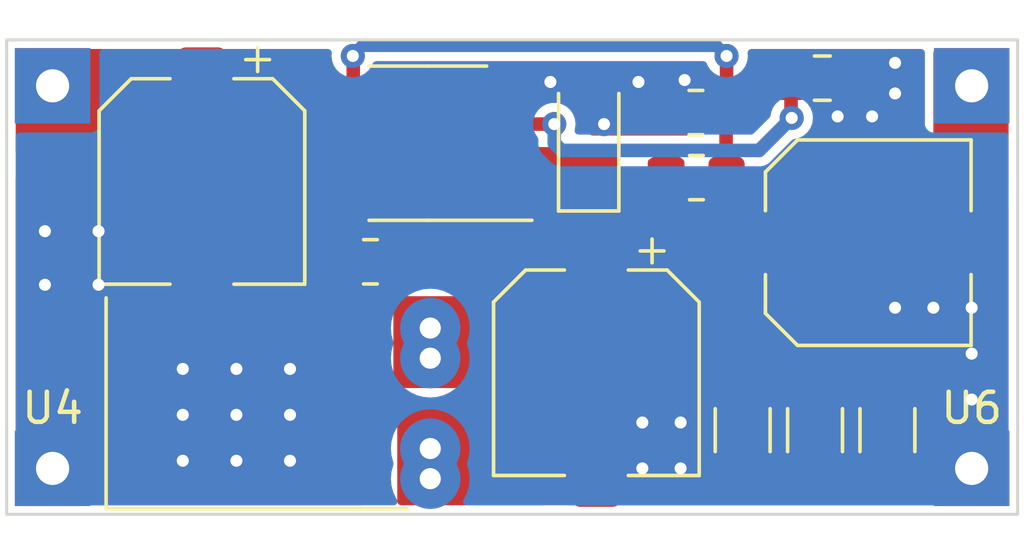
<source format=kicad_pcb>
(kicad_pcb (version 20211014) (generator pcbnew)
  (layers (0 "F.Cu" signal) (31 "B.Cu" signal) (34 "B.Paste" user) (35 "F.Paste" user) (36 "B.SilkS" user "B.Silkscreen") (37 "F.SilkS" user "F.Silkscreen") (38 "B.Mask" user) (39 "F.Mask" user) (44 "Edge.Cuts" user))
  (net 0 "")
  (net 1 "GND")
  (net 2 "Net-(Ct1-Pad1)")
  (net 3 "Net-(D1-Pad1)")
  (net 4 "/Vfeedback")
  (net 5 "/Sense")
  (net 6 "Net-(Ci1-Pad1)")
  (net 7 "Net-(Co1-Pad1)")
  (footprint "1pin:1pin" (layer "F.Cu") (at 111.76 48.26)
    (fp_text reference "U5" hide)
    (fp_text value "1pin")
    (pad "1" thru_hole rect (at 0 0) (size 2.5 2.5) (drill 1.1) (layers *.Cu *.Mask) (net 7 "Net-(Co1-Pad1)"))
  )
  (footprint "Capacitor_SMD:CP_Elec_6.3x7.7" (layer "F.Cu") (at 99.314 57.785 -90)
    (fp_text reference "Co1" hide)
    (fp_text value "470u/10V")
    (fp_line (start -4.4375 -1.8475) (end -3.65 -1.8475) (layer "F.SilkS") (width 0.12))
    (fp_line (start -2.345563 3.41) (end 3.41 3.41) (layer "F.SilkS") (width 0.12))
    (fp_line (start -2.345563 -3.41) (end 3.41 -3.41) (layer "F.SilkS") (width 0.12))
    (fp_line (start -3.41 -2.345563) (end -2.345563 -3.41) (layer "F.SilkS") (width 0.12))
    (fp_line (start -3.41 2.345563) (end -3.41 1.06) (layer "F.SilkS") (width 0.12))
    (fp_line (start -3.41 2.345563) (end -2.345563 3.41) (layer "F.SilkS") (width 0.12))
    (fp_line (start 3.41 3.41) (end 3.41 1.06) (layer "F.SilkS") (width 0.12))
    (fp_line (start 3.41 -3.41) (end 3.41 -1.06) (layer "F.SilkS") (width 0.12))
    (fp_line (start -3.41 -2.345563) (end -3.41 -1.06) (layer "F.SilkS") (width 0.12))
    (fp_line (start -4.04375 -2.24125) (end -4.04375 -1.45375) (layer "F.SilkS") (width 0.12))
    (pad "1" smd roundrect (at -2.7 0 270) (size 3.5 1.6) (layers "F.Cu" "F.Paste" "F.Mask") (roundrect_rratio 0.15625) (net 7 "Net-(Co1-Pad1)"))
    (pad "2" smd roundrect (at 2.7 0 270) (size 3.5 1.6) (layers "F.Cu" "F.Paste" "F.Mask") (roundrect_rratio 0.15625) (net 1 "GND"))
  )
  (footprint "Diode_SMD:D_SOD-123" (layer "F.Cu") (at 99.06 50.165 90)
    (fp_text reference "D1" hide)
    (fp_text value "1N5819")
    (fp_line (start -2.25 -1) (end -2.25 1) (layer "F.SilkS") (width 0.12))
    (fp_line (start -2.25 -1) (end 1.65 -1) (layer "F.SilkS") (width 0.12))
    (fp_line (start -2.25 1) (end 1.65 1) (layer "F.SilkS") (width 0.12))
    (pad "1" smd rect (at -1.65 0 90) (size 0.9 1.2) (layers "F.Cu" "F.Paste" "F.Mask") (net 3 "Net-(D1-Pad1)"))
    (pad "2" smd rect (at 1.65 0 90) (size 0.9 1.2) (layers "F.Cu" "F.Paste" "F.Mask") (net 1 "GND"))
  )
  (footprint "Capacitor_SMD:C_0805_2012Metric_Pad1.18x1.45mm_HandSolder" (layer "F.Cu") (at 106.807 48.006)
    (fp_text reference "Ct1" hide)
    (fp_text value "120p")
    (fp_line (start -0.261252 -0.735) (end 0.261252 -0.735) (layer "F.SilkS") (width 0.12))
    (fp_line (start -0.261252 0.735) (end 0.261252 0.735) (layer "F.SilkS") (width 0.12))
    (pad "1" smd roundrect (at -1.0375 0) (size 1.175 1.45) (layers "F.Cu" "F.Paste" "F.Mask") (roundrect_rratio 0.2127659574) (net 2 "Net-(Ct1-Pad1)"))
    (pad "2" smd roundrect (at 1.0375 0) (size 1.175 1.45) (layers "F.Cu" "F.Paste" "F.Mask") (roundrect_rratio 0.2127659574) (net 1 "GND"))
  )
  (footprint "Capacitor_SMD:C_1206_3216Metric_Pad1.33x1.80mm_HandSolder" (layer "F.Cu") (at 106.566 59.69 -90)
    (fp_text reference "Co4" hide)
    (fp_text value "47u/10V")
    (fp_line (start -0.711252 0.91) (end 0.711252 0.91) (layer "F.SilkS") (width 0.12))
    (fp_line (start -0.711252 -0.91) (end 0.711252 -0.91) (layer "F.SilkS") (width 0.12))
    (pad "1" smd roundrect (at -1.5625 0 270) (size 1.325 1.8) (layers "F.Cu" "F.Paste" "F.Mask") (roundrect_rratio 0.188679) (net 7 "Net-(Co1-Pad1)"))
    (pad "2" smd roundrect (at 1.5625 0 270) (size 1.325 1.8) (layers "F.Cu" "F.Paste" "F.Mask") (roundrect_rratio 0.188679) (net 1 "GND"))
  )
  (footprint "mc34063-power-inductor-leaded:mc34063-power-inductor-leaded" (layer "F.Cu") (at 93.805 58.801)
    (fp_text reference "U2" hide)
    (fp_text value "mc34063-power-inductor-leaded" hide)
    (fp_line (start -10.75 -3.5) (end -10.75 3.5) (layer "F.SilkS") (width 0.12))
    (fp_line (start -10.75 3.5) (end -0.75 3.5) (layer "F.SilkS") (width 0.12))
    (pad "1" thru_hole circle (at 0 2.5 180) (size 2 2) (drill 0.7) (layers *.Cu *.Mask) (net 7 "Net-(Co1-Pad1)"))
    (pad "1" thru_hole circle (at 0 1.5 180) (size 2 2) (drill 0.7) (layers *.Cu *.Mask) (net 7 "Net-(Co1-Pad1)"))
    (pad "2" thru_hole circle (at 0 -2.5 180) (size 2 2) (drill 0.7) (layers *.Cu *.Mask) (net 3 "Net-(D1-Pad1)"))
    (pad "2" thru_hole circle (at 0 -1.5 180) (size 2 2) (drill 0.7) (layers *.Cu *.Mask) (net 3 "Net-(D1-Pad1)"))
  )
  (footprint "Capacitor_SMD:C_1206_3216Metric_Pad1.33x1.80mm_HandSolder" (layer "F.Cu") (at 108.966 59.69 -90)
    (fp_text reference "Co5" hide)
    (fp_text value "47u/10V")
    (fp_line (start -0.711252 0.91) (end 0.711252 0.91) (layer "F.SilkS") (width 0.12))
    (fp_line (start -0.711252 -0.91) (end 0.711252 -0.91) (layer "F.SilkS") (width 0.12))
    (pad "1" smd roundrect (at -1.5625 0 270) (size 1.325 1.8) (layers "F.Cu" "F.Paste" "F.Mask") (roundrect_rratio 0.188679) (net 7 "Net-(Co1-Pad1)"))
    (pad "2" smd roundrect (at 1.5625 0 270) (size 1.325 1.8) (layers "F.Cu" "F.Paste" "F.Mask") (roundrect_rratio 0.188679) (net 1 "GND"))
  )
  (footprint "Capacitor_SMD:CP_Elec_6.3x7.7" (layer "F.Cu") (at 86.233 51.435 -90)
    (fp_text reference "Ci1" hide)
    (fp_text value "100u/50V")
    (fp_line (start -3.41 2.345563) (end -3.41 1.06) (layer "F.SilkS") (width 0.12))
    (fp_line (start -2.345563 -3.41) (end 3.41 -3.41) (layer "F.SilkS") (width 0.12))
    (fp_line (start -3.41 -2.345563) (end -2.345563 -3.41) (layer "F.SilkS") (width 0.12))
    (fp_line (start 3.41 -3.41) (end 3.41 -1.06) (layer "F.SilkS") (width 0.12))
    (fp_line (start -2.345563 3.41) (end 3.41 3.41) (layer "F.SilkS") (width 0.12))
    (fp_line (start 3.41 3.41) (end 3.41 1.06) (layer "F.SilkS") (width 0.12))
    (fp_line (start -4.4375 -1.8475) (end -3.65 -1.8475) (layer "F.SilkS") (width 0.12))
    (fp_line (start -4.04375 -2.24125) (end -4.04375 -1.45375) (layer "F.SilkS") (width 0.12))
    (fp_line (start -3.41 -2.345563) (end -3.41 -1.06) (layer "F.SilkS") (width 0.12))
    (fp_line (start -3.41 2.345563) (end -2.345563 3.41) (layer "F.SilkS") (width 0.12))
    (pad "1" smd roundrect (at -2.7 0 270) (size 3.5 1.6) (layers "F.Cu" "F.Paste" "F.Mask") (roundrect_rratio 0.15625) (net 6 "Net-(Ci1-Pad1)"))
    (pad "2" smd roundrect (at 2.7 0 270) (size 3.5 1.6) (layers "F.Cu" "F.Paste" "F.Mask") (roundrect_rratio 0.15625) (net 1 "GND"))
  )
  (footprint "Capacitor_SMD:CP_Elec_6.3x7.7" (layer "F.Cu") (at 108.331 53.467)
    (fp_text reference "Co2" hide)
    (fp_text value "470u/10V")
    (fp_line (start -2.345563 -3.41) (end 3.41 -3.41) (layer "F.SilkS") (width 0.12))
    (fp_line (start -3.41 2.345563) (end -2.345563 3.41) (layer "F.SilkS") (width 0.12))
    (fp_line (start -3.41 2.345563) (end -3.41 1.06) (layer "F.SilkS") (width 0.12))
    (fp_line (start -3.41 -2.345563) (end -3.41 -1.06) (layer "F.SilkS") (width 0.12))
    (fp_line (start -3.41 -2.345563) (end -2.345563 -3.41) (layer "F.SilkS") (width 0.12))
    (fp_line (start -2.345563 3.41) (end 3.41 3.41) (layer "F.SilkS") (width 0.12))
    (fp_line (start 3.41 -3.41) (end 3.41 -1.06) (layer "F.SilkS") (width 0.12))
    (fp_line (start 3.41 3.41) (end 3.41 1.06) (layer "F.SilkS") (width 0.12))
    (pad "1" smd roundrect (at -2.7 0) (size 3.5 1.6) (layers "F.Cu" "F.Paste" "F.Mask") (roundrect_rratio 0.15625) (net 7 "Net-(Co1-Pad1)"))
    (pad "2" smd roundrect (at 2.7 0) (size 3.5 1.6) (layers "F.Cu" "F.Paste" "F.Mask") (roundrect_rratio 0.15625) (net 1 "GND"))
  )
  (footprint "Resistor_SMD:R_0805_2012Metric_Pad1.20x1.40mm_HandSolder" (layer "F.Cu") (at 102.632 51.308)
    (fp_text reference "R1" hide)
    (fp_text value "3K7" hide)
    (fp_line (start -0.227064 0.735) (end 0.227064 0.735) (layer "F.SilkS") (width 0.12))
    (fp_line (start -0.227064 -0.735) (end 0.227064 -0.735) (layer "F.SilkS") (width 0.12))
    (pad "1" smd roundrect (at -1 0) (size 1.2 1.4) (layers "F.Cu" "F.Paste" "F.Mask") (roundrect_rratio 0.2083333333) (net 7 "Net-(Co1-Pad1)"))
    (pad "2" smd roundrect (at 1 0) (size 1.2 1.4) (layers "F.Cu" "F.Paste" "F.Mask") (roundrect_rratio 0.2083333333) (net 4 "/Vfeedback"))
  )
  (footprint "Package_SO:SOIC-8_3.9x4.9mm_P1.27mm" (layer "F.Cu") (at 93.726 50.165 180)
    (fp_text reference "U1" hide)
    (fp_text value "MC34063AD")
    (fp_line (start 0 2.56) (end 1.95 2.56) (layer "F.SilkS") (width 0.12))
    (fp_line (start 0 -2.56) (end -3.45 -2.56) (layer "F.SilkS") (width 0.12))
    (fp_line (start 0 -2.56) (end 1.95 -2.56) (layer "F.SilkS") (width 0.12))
    (fp_line (start 0 2.56) (end -1.95 2.56) (layer "F.SilkS") (width 0.12))
    (pad "1" smd roundrect (at -2.475 -1.905 180) (size 1.95 0.6) (layers "F.Cu" "F.Paste" "F.Mask") (net 5 "/Sense"))
    (pad "2" smd roundrect (at -2.475 -0.635 180) (size 1.95 0.6) (layers "F.Cu" "F.Paste" "F.Mask") (net 3 "Net-(D1-Pad1)"))
    (pad "3" smd roundrect (at -2.475 0.635 180) (size 1.95 0.6) (layers "F.Cu" "F.Paste" "F.Mask") (net 2 "Net-(Ct1-Pad1)"))
    (pad "4" smd roundrect (at -2.475 1.905 180) (size 1.95 0.6) (layers "F.Cu" "F.Paste" "F.Mask") (net 1 "GND"))
    (pad "5" smd roundrect (at 2.475 1.905 180) (size 1.95 0.6) (layers "F.Cu" "F.Paste" "F.Mask") (net 4 "/Vfeedback"))
    (pad "6" smd roundrect (at 2.475 0.635 180) (size 1.95 0.6) (layers "F.Cu" "F.Paste" "F.Mask") (net 6 "Net-(Ci1-Pad1)"))
    (pad "7" smd roundrect (at 2.475 -0.635 180) (size 1.95 0.6) (layers "F.Cu" "F.Paste" "F.Mask") (net 5 "/Sense"))
    (pad "8" smd roundrect (at 2.475 -1.905 180) (size 1.95 0.6) (layers "F.Cu" "F.Paste" "F.Mask") (net 5 "/Sense"))
  )
  (footprint "1pin:1pin" (layer "F.Cu") (at 81.28 48.26)
    (fp_text reference "U3" hide)
    (fp_text value "1pin")
    (pad "1" thru_hole rect (at 0 0) (size 2.5 2.5) (drill 1.1) (layers *.Cu *.Mask) (net 6 "Net-(Ci1-Pad1)"))
  )
  (footprint "Resistor_SMD:R_0805_2012Metric_Pad1.20x1.40mm_HandSolder" (layer "F.Cu") (at 102.616 49.149 180)
    (fp_text reference "R2" hide)
    (fp_text value "1K2" hide)
    (fp_line (start -0.227064 -0.735) (end 0.227064 -0.735) (layer "F.SilkS") (width 0.12))
    (fp_line (start -0.227064 0.735) (end 0.227064 0.735) (layer "F.SilkS") (width 0.12))
    (pad "1" smd roundrect (at -1 0 180) (size 1.2 1.4) (layers "F.Cu" "F.Paste" "F.Mask") (roundrect_rratio 0.2083333333) (net 4 "/Vfeedback"))
    (pad "2" smd roundrect (at 1 0 180) (size 1.2 1.4) (layers "F.Cu" "F.Paste" "F.Mask") (roundrect_rratio 0.2083333333) (net 1 "GND"))
  )
  (footprint "1pin:1pin" (layer "F.Cu") (at 81.28 60.96)
    (fp_text reference "U4" (at 0 -2 unlocked) (layer "F.SilkS"))
    (fp_text value "1pin")
    (pad "1" thru_hole rect (at 0 0) (size 2.5 2.5) (drill 1.1) (layers *.Cu *.Mask) (net 1 "GND"))
  )
  (footprint "Capacitor_SMD:C_1206_3216Metric_Pad1.33x1.80mm_HandSolder" (layer "F.Cu") (at 104.166 59.69 -90)
    (fp_text reference "Co3" hide)
    (fp_text value "47u/10V")
    (fp_line (start -0.711252 -0.91) (end 0.711252 -0.91) (layer "F.SilkS") (width 0.12))
    (fp_line (start -0.711252 0.91) (end 0.711252 0.91) (layer "F.SilkS") (width 0.12))
    (pad "1" smd roundrect (at -1.5625 0 270) (size 1.325 1.8) (layers "F.Cu" "F.Paste" "F.Mask") (roundrect_rratio 0.188679) (net 7 "Net-(Co1-Pad1)"))
    (pad "2" smd roundrect (at 1.5625 0 270) (size 1.325 1.8) (layers "F.Cu" "F.Paste" "F.Mask") (roundrect_rratio 0.188679) (net 1 "GND"))
  )
  (footprint "Resistor_SMD:R_0805_2012Metric_Pad1.20x1.40mm_HandSolder" (layer "F.Cu") (at 91.821 54.102)
    (fp_text reference "RSC1" hide)
    (fp_text value "0.33")
    (fp_line (start -0.227064 0.735) (end 0.227064 0.735) (layer "F.SilkS") (width 0.12))
    (fp_line (start -0.227064 -0.735) (end 0.227064 -0.735) (layer "F.SilkS") (width 0.12))
    (pad "1" smd roundrect (at -1 0) (size 1.2 1.4) (layers "F.Cu" "F.Paste" "F.Mask") (roundrect_rratio 0.2083333333) (net 6 "Net-(Ci1-Pad1)"))
    (pad "2" smd roundrect (at 1 0) (size 1.2 1.4) (layers "F.Cu" "F.Paste" "F.Mask") (roundrect_rratio 0.2083333333) (net 5 "/Sense"))
  )
  (footprint "1pin:1pin" (layer "F.Cu") (at 111.76 60.96)
    (fp_text reference "U6" (at 0 -2 unlocked) (layer "F.SilkS"))
    (fp_text value "1pin")
    (pad "1" thru_hole rect (at 0 0) (size 2.5 2.5) (drill 1.1) (layers *.Cu *.Mask) (net 1 "GND"))
  )
  (gr_rect (start 79.756 46.736) (end 113.284 62.484) (layer "Edge.Cuts") (width 0.1) (fill none))
  (segment (start 107.8445 48.006) (end 107.8445 48.4085) (width 0.3) (layer "F.Cu") (net 1))
  (segment (start 107.8445 48.006) (end 107.8445 48.1115) (width 0.3) (layer "F.Cu") (net 1))
  (via (at 100.838 60.96) (size 0.8) (drill 0.4) (layers "F.Cu" "B.Cu") (net 1))
  (via (at 82.804 53.086) (size 0.8) (drill 0.4) (layers "F.Cu" "B.Cu") (net 1))
  (via (at 85.598 60.706) (size 0.8) (drill 0.4) (layers "F.Cu" "B.Cu") (net 1))
  (via (at 89.154 60.706) (size 0.8) (drill 0.4) (layers "F.Cu" "B.Cu") (net 1))
  (via (at 87.376 60.706) (size 0.8) (drill 0.4) (layers "F.Cu" "B.Cu") (net 1))
  (via (at 111.76 57.15) (size 0.8) (drill 0.4) (layers "F.Cu" "B.Cu") (net 1))
  (via (at 89.154 59.182) (size 0.8) (drill 0.4) (layers "F.Cu" "B.Cu") (net 1))
  (via (at 107.315 49.276) (size 0.8) (drill 0.4) (layers "F.Cu" "B.Cu") (net 1))
  (via (at 111.76 58.674) (size 0.8) (drill 0.4) (layers "F.Cu" "B.Cu") (net 1))
  (via (at 109.22 55.626) (size 0.8) (drill 0.4) (layers "F.Cu" "B.Cu") (net 1))
  (via (at 102.240958 48.0689) (size 0.8) (drill 0.4) (layers "F.Cu" "B.Cu") (net 1))
  (via (at 108.458 49.276) (size 0.8) (drill 0.4) (layers "F.Cu" "B.Cu") (net 1))
  (via (at 100.711 48.133) (size 0.8) (drill 0.4) (layers "F.Cu" "B.Cu") (net 1))
  (via (at 89.154 57.658) (size 0.8) (drill 0.4) (layers "F.Cu" "B.Cu") (net 1))
  (via (at 82.804 54.864) (size 0.8) (drill 0.4) (layers "F.Cu" "B.Cu") (net 1))
  (via (at 85.598 59.182) (size 0.8) (drill 0.4) (layers "F.Cu" "B.Cu") (net 1))
  (via (at 87.376 57.658) (size 0.8) (drill 0.4) (layers "F.Cu" "B.Cu") (net 1))
  (via (at 100.838 59.436) (size 0.8) (drill 0.4) (layers "F.Cu" "B.Cu") (net 1))
  (via (at 111.76 55.626) (size 0.8) (drill 0.4) (layers "F.Cu" "B.Cu") (net 1))
  (via (at 109.22 47.498) (size 0.8) (drill 0.4) (layers "F.Cu" "B.Cu") (net 1))
  (via (at 102.108 60.96) (size 0.8) (drill 0.4) (layers "F.Cu" "B.Cu") (net 1))
  (via (at 81.026 54.864) (size 0.8) (drill 0.4) (layers "F.Cu" "B.Cu") (net 1))
  (via (at 97.79 48.133) (size 0.8) (drill 0.4) (layers "F.Cu" "B.Cu") (net 1))
  (via (at 99.568 49.53) (size 0.8) (drill 0.4) (layers "F.Cu" "B.Cu") (net 1))
  (via (at 85.598 57.658) (size 0.8) (drill 0.4) (layers "F.Cu" "B.Cu") (net 1))
  (via (at 109.22 48.514) (size 0.8) (drill 0.4) (layers "F.Cu" "B.Cu") (net 1))
  (via (at 102.108 59.436) (size 0.8) (drill 0.4) (layers "F.Cu" "B.Cu") (net 1))
  (via (at 110.49 55.626) (size 0.8) (drill 0.4) (layers "F.Cu" "B.Cu") (net 1))
  (via (at 81.026 53.086) (size 0.8) (drill 0.4) (layers "F.Cu" "B.Cu") (net 1))
  (via (at 87.376 59.182) (size 0.8) (drill 0.4) (layers "F.Cu" "B.Cu") (net 1))
  (segment (start 96.201 49.53) (end 97.917 49.53) (width 0.45) (layer "F.Cu") (net 2))
  (segment (start 105.791 49.3268) (end 105.7695 49.3053) (width 0.45) (layer "F.Cu") (net 2))
  (segment (start 105.7695 49.3053) (end 105.7695 48.006) (width 0.45) (layer "F.Cu") (net 2))
  (via (at 97.917 49.53) (size 0.8) (drill 0.4) (layers "F.Cu" "B.Cu") (net 2))
  (via (at 105.791 49.3268) (size 0.8) (drill 0.4) (layers "F.Cu" "B.Cu") (net 2))
  (segment (start 97.917 50.165) (end 97.917 49.53) (width 0.45) (layer "B.Cu") (net 2))
  (segment (start 105.791 49.3268) (end 104.7128 50.405) (width 0.45) (layer "B.Cu") (net 2))
  (segment (start 98.157 50.405) (end 97.917 50.165) (width 0.45) (layer "B.Cu") (net 2))
  (segment (start 104.7128 50.405) (end 98.157 50.405) (width 0.45) (layer "B.Cu") (net 2))
  (segment (start 103.616 51.292) (end 103.632 51.308) (width 0.3) (layer "F.Cu") (net 4))
  (segment (start 91.251 47.2836) (end 91.251 48.26) (width 0.45) (layer "F.Cu") (net 4))
  (segment (start 91.2368 47.2694) (end 91.251 47.2836) (width 0.3) (layer "F.Cu") (net 4))
  (segment (start 103.632 49.133) (end 103.616 49.149) (width 0.45) (layer "F.Cu") (net 4))
  (segment (start 103.616 49.149) (end 103.616 51.292) (width 0.45) (layer "F.Cu") (net 4))
  (segment (start 103.632 47.2694) (end 103.632 49.133) (width 0.45) (layer "F.Cu") (net 4))
  (via (at 103.632 47.2694) (size 0.8) (drill 0.4) (layers "F.Cu" "B.Cu") (net 4))
  (via (at 91.2368 47.2694) (size 0.8) (drill 0.4) (layers "F.Cu" "B.Cu") (net 4))
  (segment (start 103.3018 46.9392) (end 91.5416 46.9392) (width 0.4) (layer "B.Cu") (net 4))
  (segment (start 103.632 47.2694) (end 103.3018 46.9392) (width 0.4) (layer "B.Cu") (net 4))
  (segment (start 91.2368 47.2694) (end 91.2368 47.244) (width 0.3) (layer "B.Cu") (net 4))
  (segment (start 91.5416 46.9392) (end 91.2368 47.244) (width 0.4) (layer "B.Cu") (net 4))
  (zone (net 3) (net_name "Net-(D1-Pad1)") (layer "F.Cu") (connect_pads yes (clearance 0.3)) (min_thickness 0.254) (fill yes (thermal_gap 0.508) (thermal_bridge_width 0.508))
    (polygon (pts (xy 100.076 52.2224) (xy 99.314 52.2224) (xy 95.527676 56.896) (xy 95.527676 58.293) (xy 92.581276 58.293) (xy 92.581276 55.245) (xy 94.627276 55.245) (xy 94.740276 55.245) (xy 94.742 52.832) (xy 97.282 52.831846) (xy 97.5614 52.5272) (xy 97.561055 52.5272) (xy 97.559676 51.307829) (xy 94.994276 51.308) (xy 94.994276 50.292) (xy 100.074276 50.292)))
  )
  (zone (net 1) (net_name "GND") (layer "F.Cu") (connect_pads yes (clearance 0.3)) (min_thickness 0.254) (fill yes (thermal_gap 0.508) (thermal_bridge_width 0.508))
    (polygon (pts (xy 102.616 49.911) (xy 99.06 49.911) (xy 99.06 48.768) (xy 94.6404 48.768) (xy 94.6404 51.2572) (xy 92.8878 51.2572) (xy 92.8878 47.498) (xy 102.616 47.498)))
  )
  (zone (net 5) (net_name "/Sense") (layer "F.Cu") (connect_pads yes (clearance 0.3)) (min_thickness 0.254) (fill yes (thermal_gap 0.508) (thermal_bridge_width 0.508))
    (polygon (pts (xy 92.583 51.689) (xy 96.266 51.689) (xy 96.266 52.451) (xy 93.599 52.451) (xy 93.599 54.737) (xy 92.075 54.737) (xy 92.075 52.451) (xy 90.043 52.451) (xy 90.043 50.292) (xy 92.583 50.292)))
  )
  (zone (net 1) (net_name "GND") (layer "F.Cu") (connect_pads yes (clearance 0.3)) (min_thickness 0.254) (fill yes (thermal_gap 0.508) (thermal_bridge_width 0.508))
    (polygon (pts (xy 109.474 49.53) (xy 106.807 49.53) (xy 106.807 46.736) (xy 109.474 46.736)))
  )
  (zone (net 1) (net_name "GND") (layer "F.Cu") (connect_pads yes (clearance 0.3)) (min_thickness 0.254) (fill yes (thermal_gap 0.508) (thermal_bridge_width 0.508))
    (polygon (pts (xy 87.4522 55.4482) (xy 91.6432 55.4482) (xy 91.6432 62.484) (xy 79.756 62.484) (xy 79.756 51.181) (xy 87.4522 51.181)))
  )
  (zone (net 6) (net_name "Net-(Ci1-Pad1)") (layer "F.Cu") (connect_pads yes (clearance 0.3)) (min_thickness 0.254) (fill yes (thermal_gap 0.508) (thermal_bridge_width 0.508))
    (polygon (pts (xy 87.376 49.0474) (xy 92.583 49.0474) (xy 92.583 49.9618) (xy 89.408 49.9618) (xy 89.408 53.34) (xy 91.44 53.34) (xy 91.44 54.864) (xy 88.138 54.864) (xy 88.138 50.546) (xy 79.756 50.546) (xy 79.756 46.736) (xy 87.376 46.736)))
  )
  (zone (net 7) (net_name "Net-(Co1-Pad1)") (layer "F.Cu") (connect_pads yes (clearance 0.3)) (min_thickness 0.254) (fill yes (thermal_gap 0.508) (thermal_bridge_width 0.508))
    (polygon (pts (xy 113.284 51.689) (xy 107.696 51.689) (xy 107.696 57.023) (xy 108.9914 57.023) (xy 108.9914 58.5216) (xy 103.124 58.5216) (xy 103.124 58.166) (xy 98.171 58.166) (xy 97.536 58.674) (xy 97.6884 58.674) (xy 97.6884 62.484) (xy 92.71 62.484) (xy 92.71 58.801) (xy 96.1644 58.801) (xy 96.1644 57.023) (xy 101.0412 52.324) (xy 101.0158 50.673) (xy 102.235 50.673) (xy 102.235 52.959) (xy 104.267 52.959) (xy 106.426 50.292) (xy 106.426 50.292) (xy 110.49 50.292) (xy 110.49 46.736) (xy 113.284 46.736)))
  )
  (zone (net 1) (net_name "GND") (layer "F.Cu") (connect_pads yes (clearance 0.3)) (min_thickness 0.254) (fill yes (thermal_gap 0.508) (thermal_bridge_width 0.508))
    (polygon (pts (xy 113.284 62.484) (xy 98.298 62.484) (xy 98.298 58.674) (xy 102.616 58.674) (xy 102.616 59.817) (xy 110.49 59.817) (xy 110.49 56.134) (xy 108.458 56.134) (xy 108.458 52.197) (xy 113.284 52.197)))
  )
  (zone (net 1) (net_name "GND") (layer "B.Cu") (connect_pads yes (clearance 0.3)) (min_thickness 0.254) (fill yes (thermal_gap 0.508) (thermal_bridge_width 0.508))
    (polygon (pts (xy 113.284 62.484) (xy 79.756 62.484) (xy 79.756 46.736) (xy 113.284 46.736)))
  )
)
</source>
